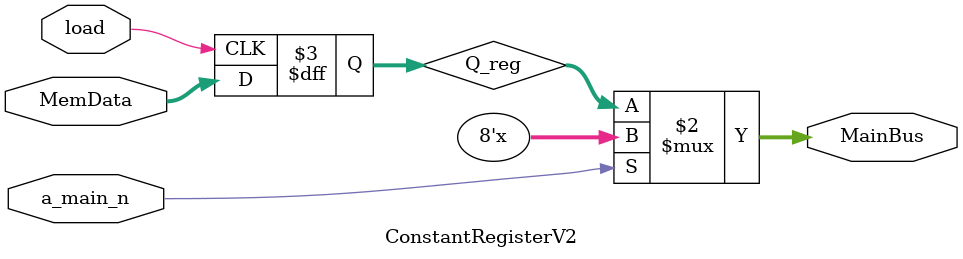
<source format=v>
/*

Name:				Constant Register V2
Schematic Source:   https://easyeda.com/weirdboyjim/constantregisterv1_copy
Schematic Rev:		2.0 (2019-01-13)
Designer:			James Sharman (weirdboyjim)

FPGA/Verilog: 		George Smart (@m1geo) http://www.george-smart.co.uk
Project Source:		https://github.com/m1geo/JamesSharmanPipelinedCPU
Verilog Rev:		1.0 (2022-04-26)

Module notes:
	Video: 			https://www.youtube.com/watch?v=oulnr5_5rFU
	Only U2 is implimented as the rest of the logic is to drive LEDs and only
	show them when relevant.
*/

module ConstantRegisterV2 (
	input	[7:0]	MemData,
	output	[7:0] 	MainBus,
	input			a_main_n,	// active low
	input			load		// active high
);

	// Module is a super simple latch
	reg [7:0] Q_reg;
	
	// Copy to register on LOW->HIGH of load
	always @ (posedge load)
		Q_reg <= MemData;
	
	// assert to main bus when assert is LOW; else High-Z.
	assign MainBus = a_main_n ? 8'bZ : Q_reg;

endmodule
</source>
